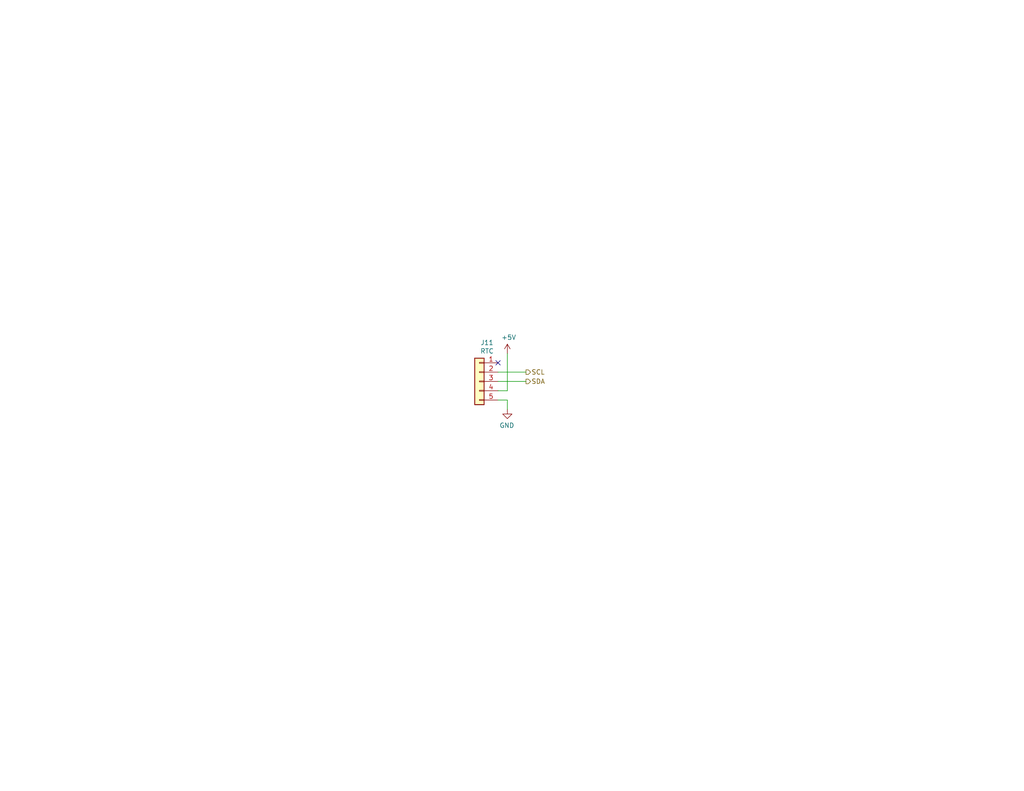
<source format=kicad_sch>
(kicad_sch (version 20211123) (generator eeschema)
  (paper "USLetter")
  (title_block (date "2021-06-15"))
  (lib_symbols
    (symbol "Connector_Generic:Conn_01x05" (pin_names (offset 1.016) hide)
      (property "Reference" "J" (at 0 7.62 0))
      (property "Value" "Conn_01x05" (at 0 -7.62 0))
      (symbol "Conn_01x05_1_1"
        (rectangle (start -1.27 -4.953) (end 0 -5.207) (stroke (width 0.1524)))
        (rectangle (start -1.27 -2.413) (end 0 -2.667) (stroke (width 0.1524)))
        (rectangle (start -1.27 0.127) (end 0 -0.127) (stroke (width 0.1524)))
        (rectangle (start -1.27 2.667) (end 0 2.413) (stroke (width 0.1524)))
        (rectangle (start -1.27 5.207) (end 0 4.953) (stroke (width 0.1524)))
        (rectangle (start -1.27 6.35) (end 1.27 -6.35) (stroke (width 0.254)) (fill (type background)))
        (pin passive line (at -5.08 5.08 0) (length 3.81) (name "Pin_1") (number "1"))
        (pin passive line (at -5.08 2.54 0) (length 3.81) (name "Pin_2") (number "2"))
        (pin passive line (at -5.08 0 0) (length 3.81) (name "Pin_3") (number "3"))
        (pin passive line (at -5.08 -2.54 0) (length 3.81) (name "Pin_4") (number "4"))
        (pin passive line (at -5.08 -5.08 0) (length 3.81) (name "Pin_5") (number "5"))
      )
    )
    (symbol "power:+5V" (power) (pin_names (offset 0))
      (property "Value" "+5V" (at 0 3.556 0))
      (symbol "+5V_0_1"
        (polyline (pts (xy -0.762 1.27) (xy 0 2.54)))
        (polyline (pts (xy 0 0) (xy 0 2.54)))
        (polyline (pts (xy 0 2.54) (xy 0.762 1.27)))
      )
      (symbol "+5V_1_1"
        (pin power_in line (at 0 0 90) (length 0) hide (name "+5V") (number "1"))
      )
    )
    (symbol "power:GND" (power) (pin_names (offset 0))
      (property "Value" "GND" (at 0 -3.81 0))
      (symbol "GND_0_1"
        (polyline (pts (xy 0 0) (xy 0 -1.27) (xy 1.27 -1.27) (xy 0 -2.54) (xy -1.27 -1.27) (xy 0 -1.27)))
      )
      (symbol "GND_1_1"
        (pin power_in line (at 0 0 270) (length 0) hide (name "GND") (number "1"))
      )
    )
  )
  (no_connect (at 135.89 99.06))
  (wire (pts (xy 138.43 109.22) (xy 138.43 111.76)))
  (wire (pts (xy 138.43 106.68) (xy 138.43 96.52)))
  (wire (pts (xy 135.89 104.14) (xy 143.51 104.14)))
  (wire (pts (xy 135.89 109.22) (xy 138.43 109.22)))
  (wire (pts (xy 135.89 106.68) (xy 138.43 106.68)))
  (wire (pts (xy 135.89 101.6) (xy 143.51 101.6)))
  (hierarchical_label "SCL" (shape output) (at 143.51 101.6 0))
  (hierarchical_label "SDA" (shape output) (at 143.51 104.14 0))
  (symbol (lib_id "Connector_Generic:Conn_01x05") (at 130.81 104.14 0) (mirror y)
    (property "Reference" "J11" (at 132.8928 93.5482 0))
    (property "Value" "RTC" (at 132.8928 95.8596 0))
    (property "Footprint" "Connector_PinHeader_2.54mm:PinHeader_1x05_P2.54mm_Horizontal" (effects hide))
    (property "PartNumber" "2111-1X05G00S-3.5-3.2B" (effects hide))
  )
  (symbol (lib_id "power:GND") (at 138.43 111.76 0) (mirror y)
    (property "Reference" "#PWR024" (effects hide))
    (property "Value" "GND" (at 138.303 116.1542 0))
  )
  (symbol (lib_id "power:+5V") (at 138.43 96.52 0)
    (property "Reference" "#PWR023" (effects hide))
    (property "Value" "+5V" (at 138.811 92.1258 0))
  )
)
</source>
